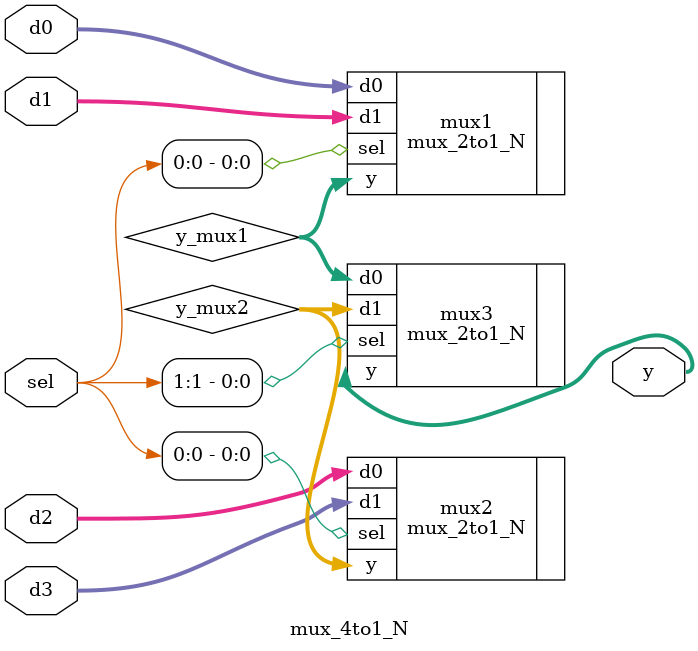
<source format=sv>
module mux_4to1_N #(
    parameter N = 4 // Parámetro para el número de bits
) (
    input logic [N-1:0] d0, d1, d2, d3, // Entradas de datos
    input logic [1:0] sel,              // Selector de entrada
    output logic [N-1:0] y              // Salida
);

    // Variables internas
    logic [N-1:0] y_mux1;
    logic [N-1:0] y_mux2;

    // Instancias de mux_2to1_N
    mux_2to1_N #(N) mux1 (.d0(d0), .d1(d1), .sel(sel[0]), .y(y_mux1));  // Primer Mux
    mux_2to1_N #(N) mux2 (.d0(d2), .d1(d3), .sel(sel[0]), .y(y_mux2));  // Segundo Mux
    mux_2to1_N #(N) mux3 (.d0(y_mux1), .d1(y_mux2), .sel(sel[1]), .y(y)); // Tercer Mux

endmodule

</source>
